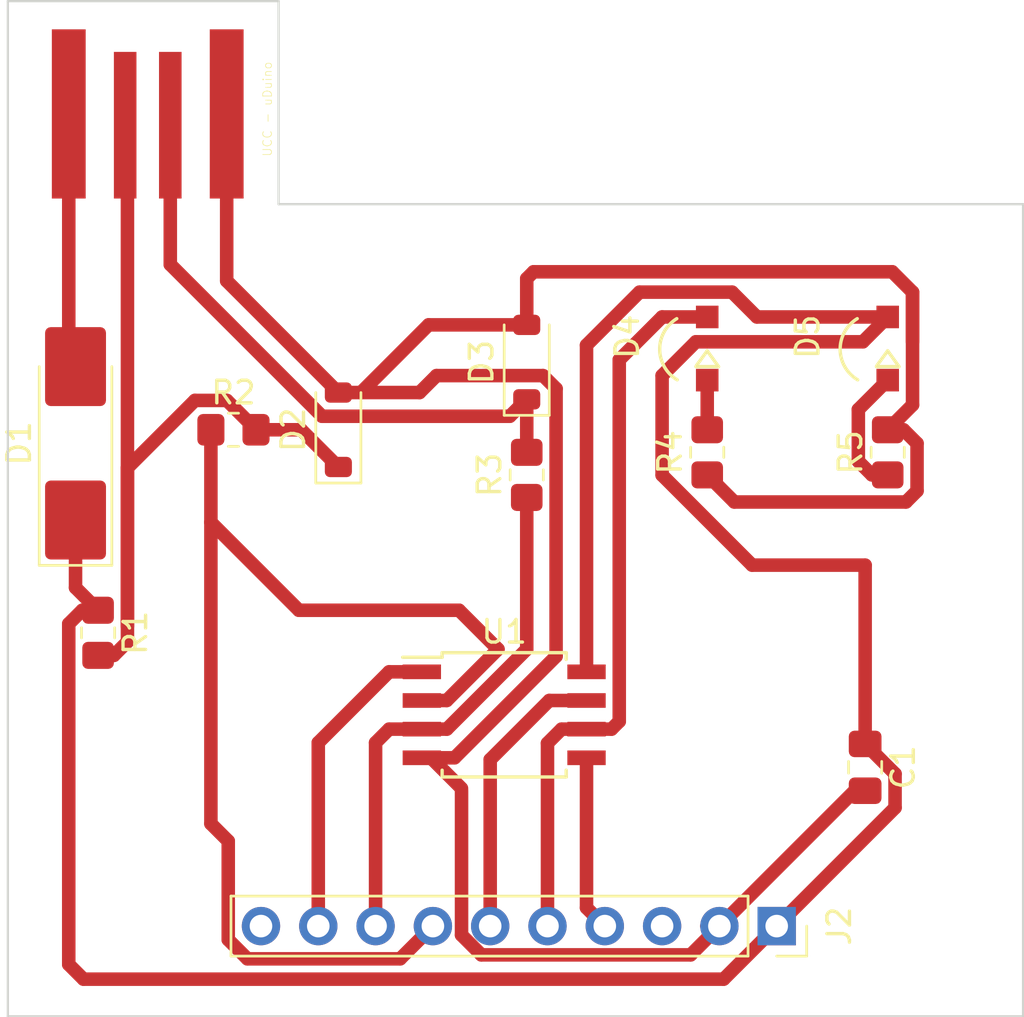
<source format=kicad_pcb>
(kicad_pcb (version 20241229) (generator "pcbnew") (generator_version "9.0")
  (layers (0 "F.Cu" signal) (2 "B.Cu" signal) (13 "F.Paste" user) (15 "B.Paste" user) (5 "F.SilkS" user "F.Silkscreen") (7 "B.SilkS" user "B.Silkscreen") (1 "F.Mask" user) (3 "B.Mask" user) (25 "Edge.Cuts" user))
  (net 0 "")
  (net 1 "GND")
  (net 2 "Net-(D1-A)")
  (net 3 "+5V")
  (net 4 "Net-(D2-K)")
  (net 5 "Net-(D3-K)")
  (net 6 "Net-(D5-K)")
  (net 7 "Net-(J2-Pin_4)")
  (net 8 "Net-(J2-Pin_7)")
  (net 9 "Net-(J2-Pin_6)")
  (net 11 "Net-(J2-Pin_9)")
  (net 13 "Net-(J2-Pin_8)")
  (net 14 "Net-(D4-A)")
  (net 15 "Net-(D4-K)")
  (footprint "Resistor_SMD:R_0805_2012Metric_Pad1.20x1.40mm_HandSolder" (layer "F.Cu") (at 208 92 90)
    (property "Reference" "R3" (at 0 -1.65 90) (layer "F.SilkS"))
    (property "Value" "68KΩ 5% 1/8W")
    (fp_line (start -0.227064 -0.735) (end 0.227064 -0.735) (stroke (width 0.12)) (layer "F.SilkS"))
    (fp_line (start -0.227064 0.735) (end 0.227064 0.735) (stroke (width 0.12)) (layer "F.SilkS"))
    (pad "1" smd roundrect (at -1 0 90) (size 1.2 1.4) (layers "F.Cu" "F.Mask" "F.Paste") (roundrect_rratio 0.208333) (net 13 "Net-(J2-Pin_8)"))
    (pad "2" smd roundrect (at 1 0 90) (size 1.2 1.4) (layers "F.Cu" "F.Mask" "F.Paste") (roundrect_rratio 0.208333) (net 5 "Net-(D3-K)"))
  )
  (footprint "Package_SO:SOIC-8W_5.3x5.3mm_P1.27mm" (layer "F.Cu") (at 207 102.635)
    (property "Reference" "U1" (at 0 -3.68 0) (layer "F.SilkS"))
    (property "Value" "ATtiny85-20SU")
    (fp_line (start -2.75 -2.755) (end -2.75 -2.55) (stroke (width 0.15)) (layer "F.SilkS"))
    (fp_line (start -2.75 -2.755) (end 2.75 -2.755) (stroke (width 0.15)) (layer "F.SilkS"))
    (fp_line (start -2.75 -2.55) (end -4.5 -2.55) (stroke (width 0.15)) (layer "F.SilkS"))
    (fp_line (start -2.75 2.755) (end -2.75 2.455) (stroke (width 0.15)) (layer "F.SilkS"))
    (fp_line (start -2.75 2.755) (end 2.75 2.755) (stroke (width 0.15)) (layer "F.SilkS"))
    (fp_line (start 2.75 -2.755) (end 2.75 -2.455) (stroke (width 0.15)) (layer "F.SilkS"))
    (fp_line (start 2.75 2.755) (end 2.75 2.455) (stroke (width 0.15)) (layer "F.SilkS"))
    (pad "1" smd rect (at -3.65 -1.905) (size 1.7 0.65) (layers "F.Cu" "F.Mask" "F.Paste") (net 11 "Net-(J2-Pin_9)"))
    (pad "2" smd rect (at -3.65 -0.635) (size 1.7 0.65) (layers "F.Cu" "F.Mask" "F.Paste") (net 8 "Net-(J2-Pin_7)"))
    (pad "3" smd rect (at -3.65 0.635) (size 1.7 0.65) (layers "F.Cu" "F.Mask" "F.Paste") (net 13 "Net-(J2-Pin_8)"))
    (pad "4" smd rect (at -3.65 1.905) (size 1.7 0.65) (layers "F.Cu" "F.Mask" "F.Paste") (net 1 "GND"))
    (pad "5" smd rect (at 3.65 1.905) (size 1.7 0.65) (layers "F.Cu" "F.Mask" "F.Paste") (net 7 "Net-(J2-Pin_4)"))
    (pad "6" smd rect (at 3.65 0.635) (size 1.7 0.65) (layers "F.Cu" "F.Mask" "F.Paste") (net 14 "Net-(D4-A)"))
    (pad "7" smd rect (at 3.65 -0.635) (size 1.7 0.65) (layers "F.Cu" "F.Mask" "F.Paste") (net 9 "Net-(J2-Pin_6)"))
    (pad "8" smd rect (at 3.65 -1.905) (size 1.7 0.65) (layers "F.Cu" "F.Mask" "F.Paste") (net 3 "+5V"))
  )
  (footprint "ledSMD:ledSMD" (layer "F.Cu") (at 224 86 90)
    (property "Reference" "D5" (at 0.125 -3.55 90) (layer "F.SilkS"))
    (property "Value" "Led Red")
    (fp_line (start -1.15 -0.475) (end -0.5 0) (stroke (width 0.15)) (layer "F.SilkS"))
    (fp_line (start -0.5 0) (end -1.2 0.5) (stroke (width 0.15)) (layer "F.SilkS"))
    (fp_line (start -1.2 0.5) (end -1.2 -0.5) (stroke (width 0.15)) (layer "F.SilkS"))
    (fp_arc (start -1.786089 -1.331572) (mid -0.435753 -2.107089) (end 0.924999 -1.349999) (stroke (width 0.15)) (layer "F.SilkS"))
    (pad "1" smd rect (at -1.8 0 90) (size 1 1) (layers "F.Cu" "F.Mask" "F.Paste") (net 6 "Net-(D5-K)"))
    (pad "2" smd rect (at 1 0 90) (size 1 1) (layers "F.Cu" "F.Mask" "F.Paste") (net 3 "+5V"))
  )
  (footprint "embeddedPcbUsb:USB_A_UCC" (layer "F.Cu") (at 191.2 76.2 -90)
    (property "Reference" "J1" (hide yes))
    (property "Value" "Pcb USB Type A" (hide yes))
    (fp_text user "UCC - uDuino" (at -2.54 -5.08 90) (layer "F.SilkS") (effects (font (size 0.38608 0.38608) (thickness 0.032512)) (justify right top)))
    (pad "1" smd rect (at -0.2 3.5 270) (size 7.5 1.5) (layers "F.Cu" "F.Mask" "F.Paste") (net 2 "Net-(D1-A)"))
    (pad "2" smd rect (at 0.3 1 270) (size 6.5 1) (layers "F.Cu" "F.Mask" "F.Paste") (net 4 "Net-(D2-K)"))
    (pad "3" smd rect (at 0.3 -1 270) (size 6.5 1) (layers "F.Cu" "F.Mask" "F.Paste") (net 5 "Net-(D3-K)"))
    (pad "4" smd rect (at -0.2 -3.5 270) (size 7.5 1.5) (layers "F.Cu" "F.Mask" "F.Paste") (net 1 "GND"))
  )
  (footprint "ledSMD:ledSMD" (layer "F.Cu") (at 216 86 90)
    (property "Reference" "D4" (at 0.125 -3.55 90) (layer "F.SilkS"))
    (property "Value" "Led Green")
    (fp_line (start -1.15 -0.475) (end -0.5 0) (stroke (width 0.15)) (layer "F.SilkS"))
    (fp_line (start -0.5 0) (end -1.2 0.5) (stroke (width 0.15)) (layer "F.SilkS"))
    (fp_line (start -1.2 0.5) (end -1.2 -0.5) (stroke (width 0.15)) (layer "F.SilkS"))
    (fp_arc (start -1.786089 -1.331572) (mid -0.435753 -2.107089) (end 0.924999 -1.349999) (stroke (width 0.15)) (layer "F.SilkS"))
    (pad "1" smd rect (at -1.8 0 90) (size 1 1) (layers "F.Cu" "F.Mask" "F.Paste") (net 15 "Net-(D4-K)"))
    (pad "2" smd rect (at 1 0 90) (size 1 1) (layers "F.Cu" "F.Mask" "F.Paste") (net 14 "Net-(D4-A)"))
  )
  (footprint "Resistor_SMD:R_0805_2012Metric_Pad1.20x1.40mm_HandSolder" (layer "F.Cu") (at 216 91 90)
    (property "Reference" "R4" (at 0 -1.65 90) (layer "F.SilkS"))
    (property "Value" "330Ω 5% 1/8W")
    (fp_line (start -0.227064 -0.735) (end 0.227064 -0.735) (stroke (width 0.12)) (layer "F.SilkS"))
    (fp_line (start -0.227064 0.735) (end 0.227064 0.735) (stroke (width 0.12)) (layer "F.SilkS"))
    (pad "1" smd roundrect (at -1 0 90) (size 1.2 1.4) (layers "F.Cu" "F.Mask" "F.Paste") (roundrect_rratio 0.208333) (net 1 "GND"))
    (pad "2" smd roundrect (at 1 0 90) (size 1.2 1.4) (layers "F.Cu" "F.Mask" "F.Paste") (roundrect_rratio 0.208333) (net 15 "Net-(D4-K)"))
  )
  (footprint "Capacitor_SMD:C_0805_2012Metric_Pad1.18x1.45mm_HandSolder" (layer "F.Cu") (at 223 104.9625 -90)
    (property "Reference" "C1" (at 0 -1.68 90) (layer "F.SilkS"))
    (property "Value" "0.1 u")
    (fp_line (start -0.261252 0.735) (end 0.261252 0.735) (stroke (width 0.12)) (layer "F.SilkS"))
    (fp_line (start -0.261252 -0.735) (end 0.261252 -0.735) (stroke (width 0.12)) (layer "F.SilkS"))
    (pad "1" smd roundrect (at -1.0375 0 270) (size 1.175 1.45) (layers "F.Cu" "F.Mask" "F.Paste") (roundrect_rratio 0.212766) (net 3 "+5V"))
    (pad "2" smd roundrect (at 1.0375 0 270) (size 1.175 1.45) (layers "F.Cu" "F.Mask" "F.Paste") (roundrect_rratio 0.212766) (net 1 "GND"))
  )
  (footprint "Diode_SMD:D_SOD-123" (layer "F.Cu") (at 208 87 90)
    (property "Reference" "D3" (at 0 -2 90) (layer "F.SilkS"))
    (property "Value" "3.6V 1/2mV")
    (fp_line (start -2.36 -1) (end 1.65 -1) (stroke (width 0.12)) (layer "F.SilkS"))
    (fp_line (start -2.36 -1) (end -2.36 1) (stroke (width 0.12)) (layer "F.SilkS"))
    (fp_line (start -2.36 1) (end 1.65 1) (stroke (width 0.12)) (layer "F.SilkS"))
    (pad "1" smd roundrect (at -1.65 0 90) (size 0.9 1.2) (layers "F.Cu" "F.Mask" "F.Paste") (net 5 "Net-(D3-K)"))
    (pad "2" smd roundrect (at 1.65 0 90) (size 0.9 1.2) (layers "F.Cu" "F.Mask" "F.Paste") (net 1 "GND"))
  )
  (footprint "Connector_PinSocket_2.54mm:PinSocket_1x10_P2.54mm_Vertical" (layer "F.Cu") (at 219.08 112 -90)
    (property "Reference" "J2" (at 0 -2.77 270) (layer "F.SilkS"))
    (property "Value" "Header")
    (fp_line (start -1.33 24.19) (end 1.33 24.19) (stroke (width 0.12)) (layer "F.SilkS"))
    (fp_line (start -1.33 1.27) (end -1.33 24.19) (stroke (width 0.12)) (layer "F.SilkS"))
    (fp_line (start -1.33 1.27) (end 1.33 1.27) (stroke (width 0.12)) (layer "F.SilkS"))
    (fp_line (start 1.33 1.27) (end 1.33 24.19) (stroke (width 0.12)) (layer "F.SilkS"))
    (fp_line (start 0 -1.33) (end 1.33 -1.33) (stroke (width 0.12)) (layer "F.SilkS"))
    (fp_line (start 1.33 -1.33) (end 1.33 0) (stroke (width 0.12)) (layer "F.SilkS"))
    (pad "1" thru_hole rect (at 0 0 270) (size 1.7 1.7) (drill 1) (layers "*.Cu" "*.Mask") (net 3 "+5V"))
    (pad "2" thru_hole oval (at 0 2.54 270) (size 1.7 1.7) (drill 1) (layers "*.Cu" "*.Mask") (net 1 "GND"))
    (pad "3" thru_hole oval (at 0 5.08 270) (size 1.7 1.7) (drill 1) (layers "*.Cu" "*.Mask"))
    (pad "4" thru_hole oval (at 0 7.62 270) (size 1.7 1.7) (drill 1) (layers "*.Cu" "*.Mask") (net 7 "Net-(J2-Pin_4)"))
    (pad "5" thru_hole oval (at 0 10.16 270) (size 1.7 1.7) (drill 1) (layers "*.Cu" "*.Mask") (net 14 "Net-(D4-A)"))
    (pad "6" thru_hole oval (at 0 12.7 270) (size 1.7 1.7) (drill 1) (layers "*.Cu" "*.Mask") (net 9 "Net-(J2-Pin_6)"))
    (pad "7" thru_hole oval (at 0 15.24 270) (size 1.7 1.7) (drill 1) (layers "*.Cu" "*.Mask") (net 8 "Net-(J2-Pin_7)"))
    (pad "8" thru_hole oval (at 0 17.78 270) (size 1.7 1.7) (drill 1) (layers "*.Cu" "*.Mask") (net 13 "Net-(J2-Pin_8)"))
    (pad "9" thru_hole oval (at 0 20.32 270) (size 1.7 1.7) (drill 1) (layers "*.Cu" "*.Mask") (net 11 "Net-(J2-Pin_9)"))
    (pad "10" thru_hole oval (at 0 22.86 270) (size 1.7 1.7) (drill 1) (layers "*.Cu" "*.Mask"))
  )
  (footprint "Diode_SMD:D_MELF_Handsoldering" (layer "F.Cu") (at 188 90.6 90)
    (property "Reference" "D1" (at 0 -2.5 90) (layer "F.SilkS"))
    (property "Value" "PMLL4148L")
    (fp_line (start 3.4 -1.61) (end -5.41 -1.61) (stroke (width 0.12)) (layer "F.SilkS"))
    (fp_line (start -5.41 -1.61) (end -5.41 1.61) (stroke (width 0.12)) (layer "F.SilkS"))
    (fp_line (start -5.41 1.61) (end 3.4 1.61) (stroke (width 0.12)) (layer "F.SilkS"))
    (pad "1" smd roundrect (at -3.4 0 90) (size 3.5 2.7) (layers "F.Cu" "F.Mask" "F.Paste") (roundrect_rratio 0.0925925926) (net 3 "+5V"))
    (pad "2" smd roundrect (at 3.4 0 90) (size 3.5 2.7) (layers "F.Cu" "F.Mask" "F.Paste") (roundrect_rratio 0.0925925926) (net 2 "Net-(D1-A)"))
  )
  (footprint "Resistor_SMD:R_0805_2012Metric_Pad1.20x1.40mm_HandSolder" (layer "F.Cu") (at 195 90)
    (property "Reference" "R2" (at 0 -1.65 0) (layer "F.SilkS"))
    (property "Value" "68KΩ 5% 1/8W")
    (fp_line (start -0.227064 -0.735) (end 0.227064 -0.735) (stroke (width 0.12)) (layer "F.SilkS"))
    (fp_line (start -0.227064 0.735) (end 0.227064 0.735) (stroke (width 0.12)) (layer "F.SilkS"))
    (pad "1" smd roundrect (at -1 0) (size 1.2 1.4) (layers "F.Cu" "F.Mask" "F.Paste") (roundrect_rratio 0.208333) (net 8 "Net-(J2-Pin_7)"))
    (pad "2" smd roundrect (at 1 0) (size 1.2 1.4) (layers "F.Cu" "F.Mask" "F.Paste") (roundrect_rratio 0.208333) (net 4 "Net-(D2-K)"))
  )
  (footprint "Diode_SMD:D_SOD-123" (layer "F.Cu") (at 199.65 90 90)
    (property "Reference" "D2" (at 0 -2 90) (layer "F.SilkS"))
    (property "Value" "3.6V 1/2mW")
    (fp_line (start -2.36 -1) (end 1.65 -1) (stroke (width 0.12)) (layer "F.SilkS"))
    (fp_line (start -2.36 -1) (end -2.36 1) (stroke (width 0.12)) (layer "F.SilkS"))
    (fp_line (start -2.36 1) (end 1.65 1) (stroke (width 0.12)) (layer "F.SilkS"))
    (pad "1" smd roundrect (at -1.65 0 90) (size 0.9 1.2) (layers "F.Cu" "F.Mask" "F.Paste") (net 4 "Net-(D2-K)"))
    (pad "2" smd roundrect (at 1.65 0 90) (size 0.9 1.2) (layers "F.Cu" "F.Mask" "F.Paste") (net 1 "GND"))
  )
  (footprint "Resistor_SMD:R_0805_2012Metric_Pad1.20x1.40mm_HandSolder" (layer "F.Cu") (at 189 99 -90)
    (property "Reference" "R1" (at 0 -1.65 90) (layer "F.SilkS"))
    (property "Value" "1.5KΩ 5% 1/8W")
    (fp_line (start -0.227064 0.735) (end 0.227064 0.735) (stroke (width 0.12)) (layer "F.SilkS"))
    (fp_line (start -0.227064 -0.735) (end 0.227064 -0.735) (stroke (width 0.12)) (layer "F.SilkS"))
    (pad "1" smd roundrect (at -1 0 270) (size 1.2 1.4) (layers "F.Cu" "F.Mask" "F.Paste") (roundrect_rratio 0.208333) (net 3 "+5V"))
    (pad "2" smd roundrect (at 1 0 270) (size 1.2 1.4) (layers "F.Cu" "F.Mask" "F.Paste") (roundrect_rratio 0.208333) (net 4 "Net-(D2-K)"))
  )
  (footprint "Resistor_SMD:R_0805_2012Metric_Pad1.20x1.40mm_HandSolder" (layer "F.Cu") (at 224 91 90)
    (property "Reference" "R5" (at 0 -1.65 90) (layer "F.SilkS"))
    (property "Value" "330Ω 5% 1/8W")
    (fp_line (start -0.227064 -0.735) (end 0.227064 -0.735) (stroke (width 0.12)) (layer "F.SilkS"))
    (fp_line (start -0.227064 0.735) (end 0.227064 0.735) (stroke (width 0.12)) (layer "F.SilkS"))
    (pad "1" smd roundrect (at -1 0 90) (size 1.2 1.4) (layers "F.Cu" "F.Mask" "F.Paste") (roundrect_rratio 0.208333) (net 6 "Net-(D5-K)"))
    (pad "2" smd roundrect (at 1 0 90) (size 1.2 1.4) (layers "F.Cu" "F.Mask" "F.Paste") (roundrect_rratio 0.208333) (net 1 "GND"))
  )
  (gr_line (start 185 116) (end 230 116) (stroke (width 0.1)) (layer "Edge.Cuts"))
  (gr_line (start 197 71) (end 185 71) (stroke (width 0.1)) (layer "Edge.Cuts"))
  (gr_line (start 185 71) (end 185 116) (stroke (width 0.1)) (layer "Edge.Cuts"))
  (gr_line (start 230 116) (end 230 80) (stroke (width 0.1)) (layer "Edge.Cuts"))
  (gr_line (start 197 80) (end 197 71) (stroke (width 0.1)) (layer "Edge.Cuts"))
  (gr_line (start 230 80) (end 197 80) (stroke (width 0.1)) (layer "Edge.Cuts"))
  (segment (start 225.101 83.899) (end 225.101 88.899) (width 0.6) (layer "F.Cu") (net 1))
  (segment (start 205.989 113.276) (end 205.11 112.397) (width 0.6) (layer "F.Cu") (net 1))
  (segment (start 205.11 112.397) (end 205.11 106) (width 0.6) (layer "F.Cu") (net 1))
  (segment (start 215.264 113.276) (end 205.989 113.276) (width 0.6) (layer "F.Cu") (net 1))
  (segment (start 205.1065 105.9965) (end 205.11 106) (width 0.25) (layer "F.Cu") (net 1))
  (segment (start 225.301 90.601) (end 224.7 90) (width 0.6) (layer "F.Cu") (net 1))
  (segment (start 203.65 85.35) (end 208 85.35) (width 0.6) (layer "F.Cu") (net 1))
  (segment (start 225.101 88.899) (end 224 90) (width 0.6) (layer "F.Cu") (net 1))
  (segment (start 203.35 104.54) (end 203.753 104.54) (width 0.6) (layer "F.Cu") (net 1))
  (segment (start 203.753 104.54) (end 204.8 104.54) (width 0.6) (layer "F.Cu") (net 1))
  (segment (start 224.2 82.998) (end 225.101 83.899) (width 0.6) (layer "F.Cu") (net 1))
  (segment (start 217.201 93.201) (end 224.809424 93.201) (width 0.6) (layer "F.Cu") (net 1))
  (segment (start 208 85.35) (end 208 83.3) (width 0.6) (layer "F.Cu") (net 1))
  (segment (start 204.8 104.54) (end 209.301 100.039) (width 0.6) (layer "F.Cu") (net 1))
  (segment (start 209.301 100.039) (end 209.301 88.1766) (width 0.6) (layer "F.Cu") (net 1))
  (segment (start 216.54 111.46) (end 216.54 111.638) (width 0.6) (layer "F.Cu") (net 1))
  (segment (start 216.54 112) (end 222.54 106) (width 0.6) (layer "F.Cu") (net 1))
  (segment (start 216.54 112) (end 215.264 113.276) (width 0.6) (layer "F.Cu") (net 1))
  (segment (start 208 83.3) (end 208.302 82.998) (width 0.6) (layer "F.Cu") (net 1))
  (segment (start 205.1065 105.8935) (end 205.1065 105.9965) (width 0.25) (layer "F.Cu") (net 1))
  (segment (start 199.65 88.35) (end 200.65 88.35) (width 0.6) (layer "F.Cu") (net 1))
  (segment (start 225.101 83.899) (end 225.101 86.101) (width 0.6) (layer "F.Cu") (net 1))
  (segment (start 194.7 83.4) (end 199.65 88.35) (width 0.6) (layer "F.Cu") (net 1))
  (segment (start 200.65 88.35) (end 203.249 88.35) (width 0.6) (layer "F.Cu") (net 1))
  (segment (start 222.54 106) (end 223 106) (width 0.25) (layer "F.Cu") (net 1))
  (segment (start 216.54 112) (end 215.804537 112) (width 0.25) (layer "F.Cu") (net 1))
  (segment (start 208.302 82.998) (end 224.2 82.998) (width 0.6) (layer "F.Cu") (net 1))
  (segment (start 194.7 76) (end 194.7 83.4) (width 0.6) (layer "F.Cu") (net 1))
  (segment (start 216 92) (end 217.201 93.201) (width 0.6) (layer "F.Cu") (net 1))
  (segment (start 208.723 87.599) (end 204 87.599) (width 0.6) (layer "F.Cu") (net 1))
  (segment (start 224.7 90) (end 224 90) (width 0.6) (layer "F.Cu") (net 1))
  (segment (start 200.65 88.35) (end 203.65 85.35) (width 0.6) (layer "F.Cu") (net 1))
  (segment (start 225.301 92.709424) (end 225.301 90.601) (width 0.6) (layer "F.Cu") (net 1))
  (segment (start 209.301 88.1766) (end 208.723 87.599) (width 0.6) (layer "F.Cu") (net 1))
  (segment (start 203.249 88.35) (end 204 87.599) (width 0.6) (layer "F.Cu") (net 1))
  (segment (start 203.753 104.54) (end 205.1065 105.8935) (width 0.6) (layer "F.Cu") (net 1))
  (segment (start 216.54 112) (end 216.54 111.638) (width 0.25) (layer "F.Cu") (net 1))
  (segment (start 224.809424 93.201) (end 225.301 92.709424) (width 0.6) (layer "F.Cu") (net 1))
  (segment (start 187.7 86.9) (end 188 87.2) (width 0.6) (layer "F.Cu") (net 2))
  (segment (start 187.7 76) (end 187.7 86.9) (width 0.6) (layer "F.Cu") (net 2))
  (segment (start 217.989576 96) (end 214 92.010424) (width 0.6) (layer "F.Cu") (net 3))
  (segment (start 189 98) (end 188.3 98) (width 0.6) (layer "F.Cu") (net 3))
  (segment (start 219.08 111.92) (end 219.08 112) (width 0.6) (layer "F.Cu") (net 3))
  (segment (start 217.101 83.899) (end 213 83.899) (width 0.6) (layer "F.Cu") (net 3))
  (segment (start 188.3 98) (end 187.699 98.601) (width 0.6) (layer "F.Cu") (net 3))
  (segment (start 224.326 105.251) (end 223 103.925) (width 0.6) (layer "F.Cu") (net 3))
  (segment (start 188 97) (end 189 98) (width 0.6) (layer "F.Cu") (net 3))
  (segment (start 224 85) (end 218.202 85) (width 0.6) (layer "F.Cu") (net 3))
  (segment (start 214 87.598) (end 215.497 86.101) (width 0.6) (layer "F.Cu") (net 3))
  (segment (start 210.65 86.249) (end 210.65 100.73) (width 0.6) (layer "F.Cu") (net 3))
  (segment (start 219.08 112) (end 224.326 106.754) (width 0.6) (layer "F.Cu") (net 3))
  (segment (start 188 94) (end 188 97) (width 0.6) (layer "F.Cu") (net 3))
  (segment (start 214 92.010424) (end 214 87.598) (width 0.6) (layer "F.Cu") (net 3))
  (segment (start 187.699 113.699) (end 188.352 114.352) (width 0.6) (layer "F.Cu") (net 3))
  (segment (start 224.326 106.754) (end 224.326 105.251) (width 0.6) (layer "F.Cu") (net 3))
  (segment (start 223 96) (end 217.989576 96) (width 0.6) (layer "F.Cu") (net 3))
  (segment (start 223 103.925) (end 223 96) (width 0.6) (layer "F.Cu") (net 3))
  (segment (start 218.202 85) (end 217.101 83.899) (width 0.6) (layer "F.Cu") (net 3))
  (segment (start 188.352 114.352) (end 216.728 114.352) (width 0.6) (layer "F.Cu") (net 3))
  (segment (start 215.497 86.101) (end 222.899 86.101) (width 0.6) (layer "F.Cu") (net 3))
  (segment (start 222.899 86.101) (end 224 85) (width 0.6) (layer "F.Cu") (net 3))
  (segment (start 216.728 114.352) (end 219.08 112) (width 0.6) (layer "F.Cu") (net 3))
  (segment (start 213 83.899) (end 210.65 86.249) (width 0.6) (layer "F.Cu") (net 3))
  (segment (start 187.699 98.601) (end 187.699 113.699) (width 0.6) (layer "F.Cu") (net 3))
  (segment (start 196 90) (end 196 89.9896) (width 0.6) (layer "F.Cu") (net 4))
  (segment (start 193.291 88.699) (end 190.301 91.6886) (width 0.6) (layer "F.Cu") (net 4))
  (segment (start 190.301 99.399) (end 189.7 100) (width 0.6) (layer "F.Cu") (net 4))
  (segment (start 198 90) (end 199.65 91.65) (width 0.6) (layer "F.Cu") (net 4))
  (segment (start 196 90) (end 198 90) (width 0.6) (layer "F.Cu") (net 4))
  (segment (start 190.301 98.7094) (end 190.301 76.601) (width 0.6) (layer "F.Cu") (net 4))
  (segment (start 196 89.9896) (end 194.709 88.699) (width 0.6) (layer "F.Cu") (net 4))
  (segment (start 194.709 88.699) (end 193.291 88.699) (width 0.6) (layer "F.Cu") (net 4))
  (segment (start 190.301 76.601) (end 190.2 76.5) (width 0.6) (layer "F.Cu") (net 4))
  (segment (start 189.7 100) (end 189 100) (width 0.6) (layer "F.Cu") (net 4))
  (segment (start 190.301 91.6886) (end 190.301 99.399) (width 0.6) (layer "F.Cu") (net 4))
  (segment (start 198.927 89.401) (end 192.2 82.6744) (width 0.6) (layer "F.Cu") (net 5))
  (segment (start 208 91) (end 208 88.65) (width 0.6) (layer "F.Cu") (net 5))
  (segment (start 192.2 82.6744) (end 192.2 76.5) (width 0.6) (layer "F.Cu") (net 5))
  (segment (start 207.249 89.401) (end 198.927 89.401) (width 0.6) (layer "F.Cu") (net 5))
  (segment (start 208 88.65) (end 207.249 89.401) (width 0.6) (layer "F.Cu") (net 5))
  (segment (start 224 92) (end 223.3 92) (width 0.6) (layer "F.Cu") (net 6))
  (segment (start 223.3 92) (end 222.699 91.399) (width 0.6) (layer "F.Cu") (net 6))
  (segment (start 222.699 89.101) (end 224 87.8) (width 0.6) (layer "F.Cu") (net 6))
  (segment (start 222.699 91.399) (end 222.699 89.101) (width 0.6) (layer "F.Cu") (net 6))
  (segment (start 210.65 104.54) (end 210.65 111.19) (width 0.6) (layer "F.Cu") (net 7))
  (segment (start 210.65 111.19) (end 211.46 112) (width 0.6) (layer "F.Cu") (net 7))
  (segment (start 194 90) (end 194 94.1) (width 0.6) (layer "F.Cu") (net 8))
  (segment (start 194 94.1) (end 194 107.462) (width 0.6) (layer "F.Cu") (net 8))
  (segment (start 203.35 102) (end 204.453 102) (width 0.6) (layer "F.Cu") (net 8))
  (segment (start 205 98) (end 197.9 98) (width 0.6) (layer "F.Cu") (net 8))
  (segment (start 206.726 99.7264) (end 205 98) (width 0.6) (layer "F.Cu") (net 8))
  (segment (start 194.769 108.231) (end 194.769 112.601) (width 0.6) (layer "F.Cu") (net 8))
  (segment (start 194 90) (end 193.899 89.899) (width 0.6) (layer "F.Cu") (net 8))
  (segment (start 194.769 112.601) (end 195.619 113.451) (width 0.6) (layer "F.Cu") (net 8))
  (segment (start 204.453 102) (end 206.726 99.7264) (width 0.6) (layer "F.Cu") (net 8))
  (segment (start 195.619 113.451) (end 202.389 113.451) (width 0.6) (layer "F.Cu") (net 8))
  (segment (start 202.389 113.451) (end 203.84 112) (width 0.6) (layer "F.Cu") (net 8))
  (segment (start 197.9 98) (end 194 94.1) (width 0.6) (layer "F.Cu") (net 8))
  (segment (start 194 107.462) (end 194.769 108.231) (width 0.6) (layer "F.Cu") (net 8))
  (segment (start 210.65 102) (end 209 102) (width 0.6) (layer "F.Cu") (net 9))
  (segment (start 206.38 104.62) (end 206.38 112) (width 0.6) (layer "F.Cu") (net 9))
  (segment (start 209 102) (end 206.38 104.62) (width 0.6) (layer "F.Cu") (net 9))
  (segment (start 198.76 103.87) (end 201.9 100.73) (width 0.6) (layer "F.Cu") (net 11))
  (segment (start 201.9 100.73) (end 203.35 100.73) (width 0.6) (layer "F.Cu") (net 11))
  (segment (start 198.76 112) (end 198.76 103.87) (width 0.6) (layer "F.Cu") (net 11))
  (segment (start 208 99.727) (end 204.457 103.27) (width 0.6) (layer "F.Cu") (net 13))
  (segment (start 201.3 103.87) (end 201.3 112) (width 0.6) (layer "F.Cu") (net 13))
  (segment (start 208 93) (end 208 99.727) (width 0.6) (layer "F.Cu") (net 13))
  (segment (start 204.457 103.27) (end 203.35 103.27) (width 0.6) (layer "F.Cu") (net 13))
  (segment (start 201.9 103.27) (end 201.3 103.87) (width 0.6) (layer "F.Cu") (net 13))
  (segment (start 203.35 103.27) (end 201.9 103.27) (width 0.6) (layer "F.Cu") (net 13))
  (segment (start 209.543 103.27) (end 208.92 103.893) (width 0.6) (layer "F.Cu") (net 14))
  (segment (start 211.757 103.27) (end 210.65 103.27) (width 0.6) (layer "F.Cu") (net 14))
  (segment (start 208.92 103.893) (end 208.92 112) (width 0.6) (layer "F.Cu") (net 14))
  (segment (start 212.101 102.926) (end 211.757 103.27) (width 0.6) (layer "F.Cu") (net 14))
  (segment (start 212.101 86.899) (end 212.101 102.926) (width 0.6) (layer "F.Cu") (net 14))
  (segment (start 210.65 103.27) (end 209.543 103.27) (width 0.6) (layer "F.Cu") (net 14))
  (segment (start 216 85) (end 214 85) (width 0.6) (layer "F.Cu") (net 14))
  (segment (start 214 85) (end 212.101 86.899) (width 0.6) (layer "F.Cu") (net 14))
  (segment (start 216 90) (end 216 87.8) (width 0.6) (layer "F.Cu") (net 15))
)
</source>
